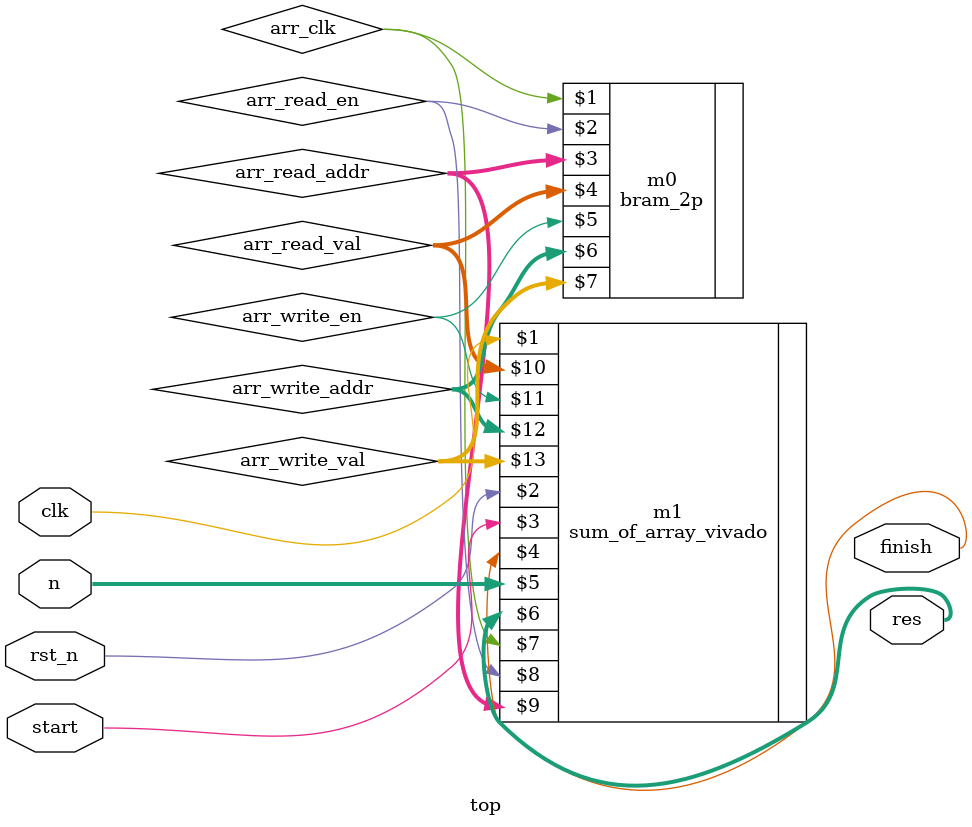
<source format=sv>
module top(
    clk,
    rst_n,
    start,
    finish,
    n,
    res
);
    input clk;
    input rst_n;
    input start;
    output finish;
    input [9:0] n;
    output [31:0] res;

    wire arr_clk;
    wire arr_read_en;
    wire [9:0] arr_read_addr;
    wire [31:0] arr_read_val;
    wire arr_write_en;
    wire [9:0] arr_write_addr;
    wire [31:0] arr_write_val;

    bram_2p m0(arr_clk, arr_read_en, arr_read_addr, arr_read_val, arr_write_en, arr_write_addr, arr_write_val);
    sum_of_array_vivado m1(clk, rst_n, start, finish, n, res, arr_clk, arr_read_en, arr_read_addr, arr_read_val, arr_write_en, arr_write_addr, arr_write_val);
endmodule
</source>
